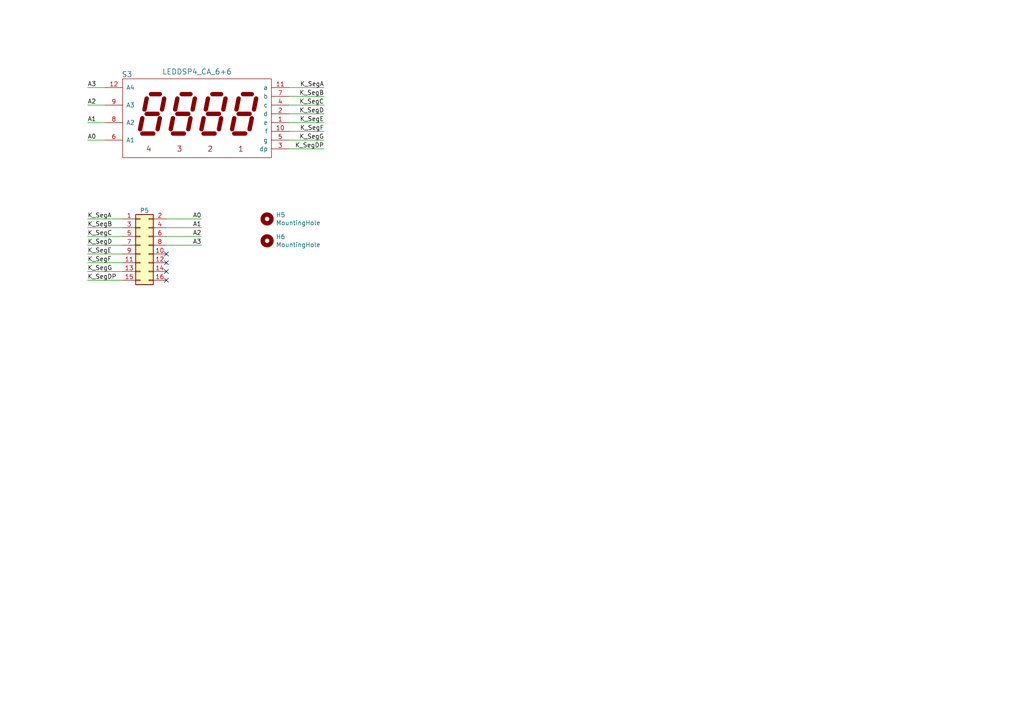
<source format=kicad_sch>
(kicad_sch (version 20211123) (generator eeschema)
  (paper "A4")
  (lib_symbols
    (symbol "Connector_Generic:Conn_02x08_Odd_Even" (pin_names (offset 1.016) hide)
      (property "Reference" "J" (at 1.27 10.16 0))
      (property "Value" "Conn_02x08_Odd_Even" (at 1.27 -12.7 0))
      (symbol "Conn_02x08_Odd_Even_1_1"
        (rectangle (start -1.27 -10.033) (end 0 -10.287) (stroke (width 0.1524)))
        (rectangle (start -1.27 -7.493) (end 0 -7.747) (stroke (width 0.1524)))
        (rectangle (start -1.27 -4.953) (end 0 -5.207) (stroke (width 0.1524)))
        (rectangle (start -1.27 -2.413) (end 0 -2.667) (stroke (width 0.1524)))
        (rectangle (start -1.27 0.127) (end 0 -0.127) (stroke (width 0.1524)))
        (rectangle (start -1.27 2.667) (end 0 2.413) (stroke (width 0.1524)))
        (rectangle (start -1.27 5.207) (end 0 4.953) (stroke (width 0.1524)))
        (rectangle (start -1.27 7.747) (end 0 7.493) (stroke (width 0.1524)))
        (rectangle (start -1.27 8.89) (end 3.81 -11.43) (stroke (width 0.254)) (fill (type background)))
        (rectangle (start 3.81 -10.033) (end 2.54 -10.287) (stroke (width 0.1524)))
        (rectangle (start 3.81 -7.493) (end 2.54 -7.747) (stroke (width 0.1524)))
        (rectangle (start 3.81 -4.953) (end 2.54 -5.207) (stroke (width 0.1524)))
        (rectangle (start 3.81 -2.413) (end 2.54 -2.667) (stroke (width 0.1524)))
        (rectangle (start 3.81 0.127) (end 2.54 -0.127) (stroke (width 0.1524)))
        (rectangle (start 3.81 2.667) (end 2.54 2.413) (stroke (width 0.1524)))
        (rectangle (start 3.81 5.207) (end 2.54 4.953) (stroke (width 0.1524)))
        (rectangle (start 3.81 7.747) (end 2.54 7.493) (stroke (width 0.1524)))
        (pin passive line (at -5.08 7.62 0) (length 3.81) (name "Pin_1") (number "1"))
        (pin passive line (at 7.62 -2.54 180) (length 3.81) (name "Pin_10") (number "10"))
        (pin passive line (at -5.08 -5.08 0) (length 3.81) (name "Pin_11") (number "11"))
        (pin passive line (at 7.62 -5.08 180) (length 3.81) (name "Pin_12") (number "12"))
        (pin passive line (at -5.08 -7.62 0) (length 3.81) (name "Pin_13") (number "13"))
        (pin passive line (at 7.62 -7.62 180) (length 3.81) (name "Pin_14") (number "14"))
        (pin passive line (at -5.08 -10.16 0) (length 3.81) (name "Pin_15") (number "15"))
        (pin passive line (at 7.62 -10.16 180) (length 3.81) (name "Pin_16") (number "16"))
        (pin passive line (at 7.62 7.62 180) (length 3.81) (name "Pin_2") (number "2"))
        (pin passive line (at -5.08 5.08 0) (length 3.81) (name "Pin_3") (number "3"))
        (pin passive line (at 7.62 5.08 180) (length 3.81) (name "Pin_4") (number "4"))
        (pin passive line (at -5.08 2.54 0) (length 3.81) (name "Pin_5") (number "5"))
        (pin passive line (at 7.62 2.54 180) (length 3.81) (name "Pin_6") (number "6"))
        (pin passive line (at -5.08 0 0) (length 3.81) (name "Pin_7") (number "7"))
        (pin passive line (at 7.62 0 180) (length 3.81) (name "Pin_8") (number "8"))
        (pin passive line (at -5.08 -2.54 0) (length 3.81) (name "Pin_9") (number "9"))
      )
    )
    (symbol "GCC_display:LEDDSP4_CA_6+6" (pin_names (offset 1.016))
      (property "Reference" "S" (at -19.05 11.43 0))
      (property "Value" "LEDDSP4_CA_6+6" (at 0 -15.24 0))
      (symbol "LEDDSP4_CA_6+6_0_0"
        (text "1" (at 13.97 -10.16 0) (effects (font (size 1.524 1.524))))
        (text "2" (at 5.08 -10.16 0) (effects (font (size 1.524 1.524))))
        (text "3" (at -3.81 -10.16 0) (effects (font (size 1.524 1.524))))
        (text "4" (at -12.7 -10.16 0) (effects (font (size 1.524 1.524))))
      )
      (symbol "LEDDSP4_CA_6+6_0_1"
        (rectangle (start -20.32 10.16) (end 22.86 -12.7))
        (polyline (pts (xy -14.605 -5.715) (xy -11.43 -5.715)) (stroke (width 1.27)))
        (polyline (pts (xy -14.605 -1.27) (xy -15.24 -4.445)) (stroke (width 1.27)))
        (polyline (pts (xy -13.97 1.27) (xy -13.335 4.445)) (stroke (width 1.27)))
        (polyline (pts (xy -13.335 0) (xy -10.16 0)) (stroke (width 1.27)))
        (polyline (pts (xy -12.065 5.715) (xy -9.525 5.715)) (stroke (width 1.27)))
        (polyline (pts (xy -9.525 -1.27) (xy -10.16 -4.445)) (stroke (width 1.27)))
        (polyline (pts (xy -8.89 -5.715) (xy -8.89 -5.715)) (stroke (width 1.27)))
        (polyline (pts (xy -8.89 1.27) (xy -8.255 4.445)) (stroke (width 1.27)))
        (polyline (pts (xy -5.715 -5.715) (xy -2.54 -5.715)) (stroke (width 1.27)))
        (polyline (pts (xy -5.715 -1.27) (xy -6.35 -4.445)) (stroke (width 1.27)))
        (polyline (pts (xy -5.08 1.27) (xy -4.445 4.445)) (stroke (width 1.27)))
        (polyline (pts (xy -4.445 0) (xy -1.27 0)) (stroke (width 1.27)))
        (polyline (pts (xy -3.175 5.715) (xy -0.635 5.715)) (stroke (width 1.27)))
        (polyline (pts (xy -0.635 -1.27) (xy -1.27 -4.445)) (stroke (width 1.27)))
        (polyline (pts (xy 0 -5.715) (xy 0 -5.715)) (stroke (width 1.27)))
        (polyline (pts (xy 0 1.27) (xy 0.635 4.445)) (stroke (width 1.27)))
        (polyline (pts (xy 3.175 -5.715) (xy 6.35 -5.715)) (stroke (width 1.27)))
        (polyline (pts (xy 3.175 -1.27) (xy 2.54 -4.445)) (stroke (width 1.27)))
        (polyline (pts (xy 3.81 1.27) (xy 4.445 4.445)) (stroke (width 1.27)))
        (polyline (pts (xy 4.445 0) (xy 7.62 0)) (stroke (width 1.27)))
        (polyline (pts (xy 5.715 5.715) (xy 8.255 5.715)) (stroke (width 1.27)))
        (polyline (pts (xy 8.255 -1.27) (xy 7.62 -4.445)) (stroke (width 1.27)))
        (polyline (pts (xy 8.89 -5.715) (xy 8.89 -5.715)) (stroke (width 1.27)))
        (polyline (pts (xy 8.89 1.27) (xy 9.525 4.445)) (stroke (width 1.27)))
        (polyline (pts (xy 12.065 -5.715) (xy 15.24 -5.715)) (stroke (width 1.27)))
        (polyline (pts (xy 12.065 -1.27) (xy 11.43 -4.445)) (stroke (width 1.27)))
        (polyline (pts (xy 12.7 1.27) (xy 13.335 4.445)) (stroke (width 1.27)))
        (polyline (pts (xy 13.335 0) (xy 16.51 0)) (stroke (width 1.27)))
        (polyline (pts (xy 14.605 5.715) (xy 17.145 5.715)) (stroke (width 1.27)))
        (polyline (pts (xy 17.145 -1.27) (xy 16.51 -4.445)) (stroke (width 1.27)))
        (polyline (pts (xy 17.78 -5.715) (xy 17.78 -5.715)) (stroke (width 1.27)))
        (polyline (pts (xy 17.78 1.27) (xy 18.415 4.445)) (stroke (width 1.27)))
      )
      (symbol "LEDDSP4_CA_6+6_1_1"
        (pin passive line (at 27.94 -2.54 180) (length 5.08) (name "e") (number "1"))
        (pin passive line (at 27.94 -5.08 180) (length 5.08) (name "f") (number "10"))
        (pin passive line (at 27.94 7.62 180) (length 5.08) (name "a") (number "11"))
        (pin passive line (at -25.4 7.62 0) (length 5.08) (name "A4") (number "12"))
        (pin passive line (at 27.94 0 180) (length 5.08) (name "d") (number "2"))
        (pin passive line (at 27.94 -10.16 180) (length 5.08) (name "dp") (number "3"))
        (pin passive line (at 27.94 2.54 180) (length 5.08) (name "c") (number "4"))
        (pin passive line (at 27.94 -7.62 180) (length 5.08) (name "g") (number "5"))
        (pin passive line (at -25.4 -7.62 0) (length 5.08) (name "A1") (number "6"))
        (pin passive line (at 27.94 5.08 180) (length 5.08) (name "b") (number "7"))
        (pin passive line (at -25.4 -2.54 0) (length 5.08) (name "A2") (number "8"))
        (pin passive line (at -25.4 2.54 0) (length 5.08) (name "A3") (number "9"))
      )
    )
    (symbol "Mechanical:MountingHole" (pin_names (offset 1.016))
      (property "Reference" "H" (at 0 5.08 0))
      (property "Value" "MountingHole" (at 0 3.175 0))
      (symbol "MountingHole_0_1"
        (circle (center 0 0) (radius 1.27) (stroke (width 1.27)))
      )
    )
  )
  (no_connect (at 48.26 81.28))
  (no_connect (at 48.26 78.74))
  (no_connect (at 48.26 76.2))
  (no_connect (at 48.26 73.66))
  (wire (pts (xy 30.48 30.48) (xy 25.4 30.48)))
  (wire (pts (xy 93.98 35.56) (xy 83.82 35.56)))
  (wire (pts (xy 30.48 25.4) (xy 25.4 25.4)))
  (wire (pts (xy 48.26 71.12) (xy 58.42 71.12)))
  (wire (pts (xy 25.4 68.58) (xy 35.56 68.58)))
  (wire (pts (xy 93.98 40.64) (xy 83.82 40.64)))
  (wire (pts (xy 93.98 30.48) (xy 83.82 30.48)))
  (wire (pts (xy 93.98 27.94) (xy 83.82 27.94)))
  (wire (pts (xy 93.98 33.02) (xy 83.82 33.02)))
  (wire (pts (xy 93.98 25.4) (xy 83.82 25.4)))
  (wire (pts (xy 25.4 73.66) (xy 35.56 73.66)))
  (wire (pts (xy 93.98 38.1) (xy 83.82 38.1)))
  (wire (pts (xy 25.4 66.04) (xy 35.56 66.04)))
  (wire (pts (xy 48.26 66.04) (xy 58.42 66.04)))
  (wire (pts (xy 25.4 71.12) (xy 35.56 71.12)))
  (wire (pts (xy 93.98 43.18) (xy 83.82 43.18)))
  (wire (pts (xy 30.48 40.64) (xy 25.4 40.64)))
  (wire (pts (xy 25.4 63.5) (xy 35.56 63.5)))
  (wire (pts (xy 48.26 63.5) (xy 58.42 63.5)))
  (wire (pts (xy 48.26 68.58) (xy 58.42 68.58)))
  (wire (pts (xy 30.48 35.56) (xy 25.4 35.56)))
  (wire (pts (xy 25.4 78.74) (xy 35.56 78.74)))
  (wire (pts (xy 25.4 81.28) (xy 35.56 81.28)))
  (wire (pts (xy 25.4 76.2) (xy 35.56 76.2)))
  (label "K_SegD" (at 93.98 33.02 180))
  (label "K_SegE" (at 93.98 35.56 180))
  (label "A2" (at 25.4 30.48 0))
  (label "K_SegC" (at 25.4 68.58 0))
  (label "K_SegD" (at 25.4 71.12 0))
  (label "A2" (at 58.42 68.58 180))
  (label "K_SegB" (at 25.4 66.04 0))
  (label "A0" (at 25.4 40.64 0))
  (label "A3" (at 58.42 71.12 180))
  (label "A3" (at 25.4 25.4 0))
  (label "A1" (at 58.42 66.04 180))
  (label "K_SegE" (at 25.4 73.66 0))
  (label "K_SegDP" (at 25.4 81.28 0))
  (label "K_SegG" (at 93.98 40.64 180))
  (label "K_SegF" (at 25.4 76.2 0))
  (label "K_SegG" (at 25.4 78.74 0))
  (label "K_SegB" (at 93.98 27.94 180))
  (label "A0" (at 58.42 63.5 180))
  (label "K_SegC" (at 93.98 30.48 180))
  (label "K_SegA" (at 25.4 63.5 0))
  (label "K_SegA" (at 93.98 25.4 180))
  (label "K_SegDP" (at 93.98 43.18 180))
  (label "A1" (at 25.4 35.56 0))
  (label "K_SegF" (at 93.98 38.1 180))
  (symbol (lib_id "Mechanical:MountingHole") (at 77.47 63.5 0) (unit 1)
    (property "Reference" "H5" (at 80.01 62.3316 0) (effects (justify left)))
    (property "Value" "MountingHole" (at 80.01 64.643 0) (effects (justify left)))
    (property "Footprint" "GCC_holes:Hole3mm" (effects hide))
  )
  (symbol (lib_id "Mechanical:MountingHole") (at 77.47 69.85 0) (unit 1)
    (property "Reference" "H6" (at 80.01 68.6816 0) (effects (justify left)))
    (property "Value" "MountingHole" (at 80.01 70.993 0) (effects (justify left)))
    (property "Footprint" "GCC_holes:Hole3mm" (effects hide))
  )
  (symbol (lib_id "GCC_display:LEDDSP4_CA_6+6") (at 55.88 33.02 0) (unit 1)
    (property "Reference" "S3" (at 36.83 21.59 0) (effects (font (size 1.524 1.524))))
    (property "Value" "LEDDSP4_CA_6+6" (at 57.15 20.8026 0) (effects (font (size 1.524 1.524))))
    (property "Footprint" "GCC_Display:Disp7s4x_036_6+6" (effects hide))
  )
  (symbol (lib_id "Connector_Generic:Conn_02x08_Odd_Even") (at 40.64 71.12 0) (unit 1)
    (property "Reference" "P5" (at 41.91 61.0672 0))
    (property "Value" "Conn_02x08_Odd_Even" (effects hide))
    (property "Footprint" "Connector_IDC:IDC-Header_2x08_P2.54mm_Vertical" (effects hide))
  )
)
</source>
